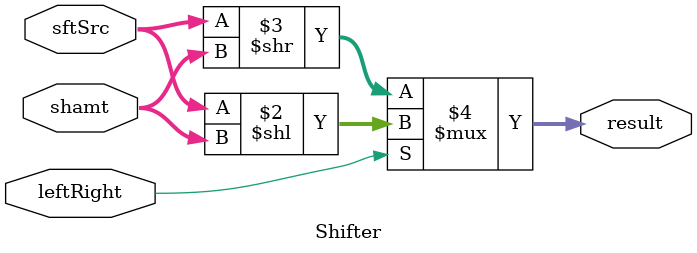
<source format=v>
module Shifter( result, leftRight, shamt, sftSrc  );
    
  output wire[31:0] result;

  input wire leftRight;
  input wire[4:0] shamt;
  input wire[31:0] sftSrc ;
  
  /*your code here*/
  assign result = (leftRight==1) ? sftSrc<<shamt : sftSrc>>shamt;  
	
endmodule
</source>
